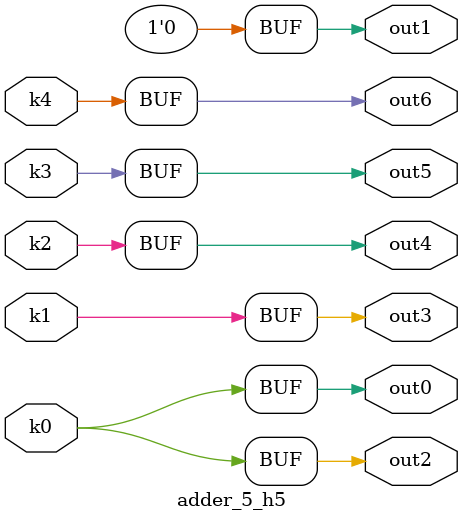
<source format=v>
module adder_5(pi00, pi01, pi02, pi03, pi04, pi05, pi06, pi07, pi08, pi09, pi10, po0, po1, po2, po3, po4, po5, po6);
input pi00, pi01, pi02, pi03, pi04, pi05, pi06, pi07, pi08, pi09, pi10;
output po0, po1, po2, po3, po4, po5, po6;
wire k0, k1, k2, k3, k4;
adder_5_w5 DUT1 (pi00, pi01, pi02, pi03, pi04, pi05, pi06, pi07, pi08, pi09, pi10, k0, k1, k2, k3, k4);
adder_5_h5 DUT2 (k0, k1, k2, k3, k4, po0, po1, po2, po3, po4, po5, po6);
endmodule

module adder_5_w5(in10, in9, in8, in7, in6, in5, in4, in3, in2, in1, in0, k4, k3, k2, k1, k0);
input in10, in9, in8, in7, in6, in5, in4, in3, in2, in1, in0;
output k4, k3, k2, k1, k0;
assign k0 =   ((in6 ^ in2) & (((in7 | in3) & (((in9 | in5) & ((~in0 & ((in10 & (in4 | in8)) | (in1 & in8))) | (in1 & in4))) | (in4 & (in8 | (in9 & in5))) | (in9 & in5 & in8))) | (in7 & in3))) | ((~in6 ^ in2) & ((~in7 & ~in3) | ((~in7 | ~in3) & (((~in9 | ~in5) & ((~in1 & ((~in10 & (~in4 | ~in8)) | (in0 & ~in8))) | (in0 & ~in4))) | (~in4 & (~in8 | (~in9 & ~in5))) | (~in9 & ~in5 & ~in8)))));
assign k1 =   ((in7 ^ in3) & (((in9 | in5) & ((~in0 & ((in10 & (in4 | in8)) | (in1 & in8))) | (in1 & in4))) | (in4 & (in8 | (in9 & in5))) | (in9 & in5 & in8))) | ((~in7 ^ in3) & (((~in9 | ~in5) & ((~in1 & ((~in10 & (~in4 | ~in8)) | (in0 & ~in8))) | (in0 & ~in4))) | (~in4 & (~in8 | (~in9 & ~in5))) | (~in9 & ~in5 & ~in8)));
assign k2 =   ((in4 ^ in8) & ((in10 & ~in0 & (in9 | in5)) | (in9 & in5))) | (in1 & (in9 | in5) & ((in4 & ~in8) | (~in0 & ~in4 & in8))) | ((~in4 ^ in8) & ((~in9 & ~in5) | (~in10 & ~in1 & (~in9 | ~in5)))) | (in0 & (~in9 | ~in5) & ((~in4 & ~in8) | (~in1 & in4 & in8)));
assign k3 =   (~in0 & (in9 ^ in5) & (in10 | in1)) | (~in1 & (~in9 ^ in5) & (~in10 | in0));
assign k4 =   (~in10 & (in1 | in0)) | (~in1 & ~in0 & in10);
endmodule

module adder_5_h5(k4, k3, k2, k1, k0, out6, out5, out4, out3, out2, out1, out0);
input k4, k3, k2, k1, k0;
output out6, out5, out4, out3, out2, out1, out0;
assign out0 = k0;
assign out1 = 0;
assign out2 = k0;
assign out3 = k1;
assign out4 = k2;
assign out5 = k3;
assign out6 = k4;
endmodule

</source>
